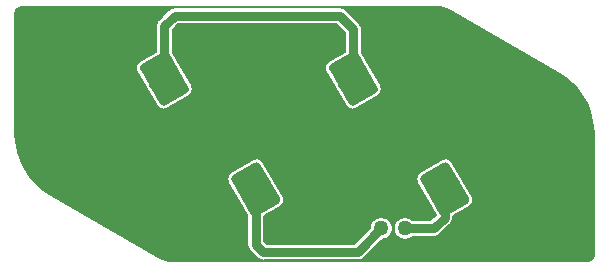
<source format=gtl>
G04 #@! TF.GenerationSoftware,KiCad,Pcbnew,(5.1.4)-1*
G04 #@! TF.CreationDate,2020-09-24T22:40:22-04:00*
G04 #@! TF.ProjectId,Headlight Left,48656164-6c69-4676-9874-204c6566742e,rev?*
G04 #@! TF.SameCoordinates,Original*
G04 #@! TF.FileFunction,Copper,L1,Top*
G04 #@! TF.FilePolarity,Positive*
%FSLAX46Y46*%
G04 Gerber Fmt 4.6, Leading zero omitted, Abs format (unit mm)*
G04 Created by KiCad (PCBNEW (5.1.4)-1) date 2020-09-24 22:40:22*
%MOMM*%
%LPD*%
G04 APERTURE LIST*
%ADD10C,0.800000*%
%ADD11C,6.400000*%
%ADD12C,0.100000*%
%ADD13C,2.750000*%
%ADD14C,6.000001*%
%ADD15C,1.270000*%
%ADD16C,0.762000*%
%ADD17C,0.152400*%
G04 APERTURE END LIST*
D10*
X101697056Y-98302944D03*
X100000000Y-97600000D03*
X98302944Y-98302944D03*
X97600000Y-100000000D03*
X98302944Y-101697056D03*
X100000000Y-102400000D03*
X101697056Y-101697056D03*
X102400000Y-100000000D03*
D11*
X100000000Y-100000000D03*
D10*
X138697056Y-98302944D03*
X137000000Y-97600000D03*
X135302944Y-98302944D03*
X134600000Y-100000000D03*
X135302944Y-101697056D03*
X137000000Y-102400000D03*
X138697056Y-101697056D03*
X139400000Y-100000000D03*
D11*
X137000000Y-100000000D03*
D12*
G36*
X122721421Y-93010854D02*
G01*
X122754934Y-93014709D01*
X122787908Y-93021831D01*
X122820025Y-93032150D01*
X122850976Y-93045568D01*
X122880462Y-93061955D01*
X122908201Y-93081153D01*
X122933924Y-93102977D01*
X122957384Y-93127218D01*
X122978355Y-93153641D01*
X122996635Y-93181993D01*
X124652885Y-96050703D01*
X124668298Y-96080710D01*
X124680696Y-96112083D01*
X124689959Y-96144521D01*
X124695998Y-96177710D01*
X124698755Y-96211331D01*
X124698203Y-96245060D01*
X124694348Y-96278573D01*
X124687226Y-96311547D01*
X124676907Y-96343664D01*
X124663489Y-96374615D01*
X124647102Y-96404101D01*
X124627904Y-96431840D01*
X124606080Y-96457563D01*
X124581839Y-96481023D01*
X124555416Y-96501994D01*
X124527064Y-96520274D01*
X122740886Y-97551524D01*
X122710879Y-97566937D01*
X122679506Y-97579335D01*
X122647068Y-97588598D01*
X122613879Y-97594637D01*
X122580258Y-97597394D01*
X122546529Y-97596842D01*
X122513016Y-97592987D01*
X122480042Y-97585865D01*
X122447925Y-97575546D01*
X122416974Y-97562128D01*
X122387488Y-97545741D01*
X122359749Y-97526543D01*
X122334026Y-97504719D01*
X122310566Y-97480478D01*
X122289595Y-97454055D01*
X122271315Y-97425703D01*
X120615065Y-94556993D01*
X120599652Y-94526986D01*
X120587254Y-94495613D01*
X120577991Y-94463175D01*
X120571952Y-94429986D01*
X120569195Y-94396365D01*
X120569747Y-94362636D01*
X120573602Y-94329123D01*
X120580724Y-94296149D01*
X120591043Y-94264032D01*
X120604461Y-94233081D01*
X120620848Y-94203595D01*
X120640046Y-94175856D01*
X120661870Y-94150133D01*
X120686111Y-94126673D01*
X120712534Y-94105702D01*
X120740886Y-94087422D01*
X122527064Y-93056172D01*
X122557071Y-93040759D01*
X122588444Y-93028361D01*
X122620882Y-93019098D01*
X122654071Y-93013059D01*
X122687692Y-93010302D01*
X122721421Y-93010854D01*
X122721421Y-93010854D01*
G37*
D13*
X122633975Y-95303848D03*
D12*
G36*
X130453471Y-102403158D02*
G01*
X130486984Y-102407013D01*
X130519958Y-102414135D01*
X130552075Y-102424454D01*
X130583026Y-102437872D01*
X130612512Y-102454259D01*
X130640251Y-102473457D01*
X130665974Y-102495281D01*
X130689434Y-102519522D01*
X130710405Y-102545945D01*
X130728685Y-102574297D01*
X132384935Y-105443007D01*
X132400348Y-105473014D01*
X132412746Y-105504387D01*
X132422009Y-105536825D01*
X132428048Y-105570014D01*
X132430805Y-105603635D01*
X132430253Y-105637364D01*
X132426398Y-105670877D01*
X132419276Y-105703851D01*
X132408957Y-105735968D01*
X132395539Y-105766919D01*
X132379152Y-105796405D01*
X132359954Y-105824144D01*
X132338130Y-105849867D01*
X132313889Y-105873327D01*
X132287466Y-105894298D01*
X132259114Y-105912578D01*
X130472936Y-106943828D01*
X130442929Y-106959241D01*
X130411556Y-106971639D01*
X130379118Y-106980902D01*
X130345929Y-106986941D01*
X130312308Y-106989698D01*
X130278579Y-106989146D01*
X130245066Y-106985291D01*
X130212092Y-106978169D01*
X130179975Y-106967850D01*
X130149024Y-106954432D01*
X130119538Y-106938045D01*
X130091799Y-106918847D01*
X130066076Y-106897023D01*
X130042616Y-106872782D01*
X130021645Y-106846359D01*
X130003365Y-106818007D01*
X128347115Y-103949297D01*
X128331702Y-103919290D01*
X128319304Y-103887917D01*
X128310041Y-103855479D01*
X128304002Y-103822290D01*
X128301245Y-103788669D01*
X128301797Y-103754940D01*
X128305652Y-103721427D01*
X128312774Y-103688453D01*
X128323093Y-103656336D01*
X128336511Y-103625385D01*
X128352898Y-103595899D01*
X128372096Y-103568160D01*
X128393920Y-103542437D01*
X128418161Y-103518977D01*
X128444584Y-103498006D01*
X128472936Y-103479726D01*
X130259114Y-102448476D01*
X130289121Y-102433063D01*
X130320494Y-102420665D01*
X130352932Y-102411402D01*
X130386121Y-102405363D01*
X130419742Y-102402606D01*
X130453471Y-102403158D01*
X130453471Y-102403158D01*
G37*
D13*
X130366025Y-104696152D03*
D14*
X126500000Y-100000000D03*
D12*
G36*
X114453471Y-102403158D02*
G01*
X114486984Y-102407013D01*
X114519958Y-102414135D01*
X114552075Y-102424454D01*
X114583026Y-102437872D01*
X114612512Y-102454259D01*
X114640251Y-102473457D01*
X114665974Y-102495281D01*
X114689434Y-102519522D01*
X114710405Y-102545945D01*
X114728685Y-102574297D01*
X116384935Y-105443007D01*
X116400348Y-105473014D01*
X116412746Y-105504387D01*
X116422009Y-105536825D01*
X116428048Y-105570014D01*
X116430805Y-105603635D01*
X116430253Y-105637364D01*
X116426398Y-105670877D01*
X116419276Y-105703851D01*
X116408957Y-105735968D01*
X116395539Y-105766919D01*
X116379152Y-105796405D01*
X116359954Y-105824144D01*
X116338130Y-105849867D01*
X116313889Y-105873327D01*
X116287466Y-105894298D01*
X116259114Y-105912578D01*
X114472936Y-106943828D01*
X114442929Y-106959241D01*
X114411556Y-106971639D01*
X114379118Y-106980902D01*
X114345929Y-106986941D01*
X114312308Y-106989698D01*
X114278579Y-106989146D01*
X114245066Y-106985291D01*
X114212092Y-106978169D01*
X114179975Y-106967850D01*
X114149024Y-106954432D01*
X114119538Y-106938045D01*
X114091799Y-106918847D01*
X114066076Y-106897023D01*
X114042616Y-106872782D01*
X114021645Y-106846359D01*
X114003365Y-106818007D01*
X112347115Y-103949297D01*
X112331702Y-103919290D01*
X112319304Y-103887917D01*
X112310041Y-103855479D01*
X112304002Y-103822290D01*
X112301245Y-103788669D01*
X112301797Y-103754940D01*
X112305652Y-103721427D01*
X112312774Y-103688453D01*
X112323093Y-103656336D01*
X112336511Y-103625385D01*
X112352898Y-103595899D01*
X112372096Y-103568160D01*
X112393920Y-103542437D01*
X112418161Y-103518977D01*
X112444584Y-103498006D01*
X112472936Y-103479726D01*
X114259114Y-102448476D01*
X114289121Y-102433063D01*
X114320494Y-102420665D01*
X114352932Y-102411402D01*
X114386121Y-102405363D01*
X114419742Y-102402606D01*
X114453471Y-102403158D01*
X114453471Y-102403158D01*
G37*
D13*
X114366025Y-104696152D03*
D12*
G36*
X106721421Y-93010854D02*
G01*
X106754934Y-93014709D01*
X106787908Y-93021831D01*
X106820025Y-93032150D01*
X106850976Y-93045568D01*
X106880462Y-93061955D01*
X106908201Y-93081153D01*
X106933924Y-93102977D01*
X106957384Y-93127218D01*
X106978355Y-93153641D01*
X106996635Y-93181993D01*
X108652885Y-96050703D01*
X108668298Y-96080710D01*
X108680696Y-96112083D01*
X108689959Y-96144521D01*
X108695998Y-96177710D01*
X108698755Y-96211331D01*
X108698203Y-96245060D01*
X108694348Y-96278573D01*
X108687226Y-96311547D01*
X108676907Y-96343664D01*
X108663489Y-96374615D01*
X108647102Y-96404101D01*
X108627904Y-96431840D01*
X108606080Y-96457563D01*
X108581839Y-96481023D01*
X108555416Y-96501994D01*
X108527064Y-96520274D01*
X106740886Y-97551524D01*
X106710879Y-97566937D01*
X106679506Y-97579335D01*
X106647068Y-97588598D01*
X106613879Y-97594637D01*
X106580258Y-97597394D01*
X106546529Y-97596842D01*
X106513016Y-97592987D01*
X106480042Y-97585865D01*
X106447925Y-97575546D01*
X106416974Y-97562128D01*
X106387488Y-97545741D01*
X106359749Y-97526543D01*
X106334026Y-97504719D01*
X106310566Y-97480478D01*
X106289595Y-97454055D01*
X106271315Y-97425703D01*
X104615065Y-94556993D01*
X104599652Y-94526986D01*
X104587254Y-94495613D01*
X104577991Y-94463175D01*
X104571952Y-94429986D01*
X104569195Y-94396365D01*
X104569747Y-94362636D01*
X104573602Y-94329123D01*
X104580724Y-94296149D01*
X104591043Y-94264032D01*
X104604461Y-94233081D01*
X104620848Y-94203595D01*
X104640046Y-94175856D01*
X104661870Y-94150133D01*
X104686111Y-94126673D01*
X104712534Y-94105702D01*
X104740886Y-94087422D01*
X106527064Y-93056172D01*
X106557071Y-93040759D01*
X106588444Y-93028361D01*
X106620882Y-93019098D01*
X106654071Y-93013059D01*
X106687692Y-93010302D01*
X106721421Y-93010854D01*
X106721421Y-93010854D01*
G37*
D13*
X106633975Y-95303848D03*
D14*
X110500000Y-100000000D03*
D15*
X127000000Y-108000000D03*
X108500000Y-100500000D03*
X112500000Y-99500000D03*
X111000000Y-102000000D03*
X110000000Y-98000000D03*
X110500000Y-100000000D03*
X124500000Y-100500000D03*
X128500000Y-99500000D03*
X127000000Y-102000000D03*
X126000000Y-98000000D03*
X126500000Y-100000000D03*
X101000000Y-92000000D03*
X103000000Y-92000000D03*
X105000000Y-92000000D03*
X102000000Y-94000000D03*
X103000000Y-96000000D03*
X104000000Y-98000000D03*
X105000000Y-100000000D03*
X104000000Y-102000000D03*
X106000000Y-102000000D03*
X105000000Y-104000000D03*
X104000000Y-106000000D03*
X106000000Y-106000000D03*
X103000000Y-104000000D03*
X105000000Y-108000000D03*
X107000000Y-108000000D03*
X107000000Y-104000000D03*
X108000000Y-106000000D03*
X109000000Y-108000000D03*
X111000000Y-108000000D03*
X110000000Y-106000000D03*
X109000000Y-104000000D03*
X112000000Y-106000000D03*
X113000000Y-108000000D03*
X109000000Y-92000000D03*
X111000000Y-92000000D03*
X113000000Y-92000000D03*
X115000000Y-92000000D03*
X117000000Y-92000000D03*
X119000000Y-92000000D03*
X121000000Y-92000000D03*
X118000000Y-94000000D03*
X116000000Y-94000000D03*
X114000000Y-94000000D03*
X112000000Y-94000000D03*
X110000000Y-94000000D03*
X111000000Y-96000000D03*
X113000000Y-96000000D03*
X115000000Y-96000000D03*
X117000000Y-96000000D03*
X119000000Y-96000000D03*
X120000000Y-98000000D03*
X118000000Y-98000000D03*
X116000000Y-98000000D03*
X114000000Y-98000000D03*
X115000000Y-100000000D03*
X117000000Y-100000000D03*
X119000000Y-100000000D03*
X121000000Y-100000000D03*
X122000000Y-102000000D03*
X120000000Y-102000000D03*
X118000000Y-102000000D03*
X116000000Y-102000000D03*
X117000000Y-104000000D03*
X119000000Y-104000000D03*
X121000000Y-104000000D03*
X123000000Y-104000000D03*
X125000000Y-104000000D03*
X118000000Y-106000000D03*
X120000000Y-106000000D03*
X122000000Y-106000000D03*
X119000000Y-108000000D03*
X121000000Y-108000000D03*
X127000000Y-104000000D03*
X125000000Y-92000000D03*
X127000000Y-92000000D03*
X129000000Y-92000000D03*
X131000000Y-92000000D03*
X132000000Y-94000000D03*
X131000000Y-96000000D03*
X129000000Y-96000000D03*
X130000000Y-94000000D03*
X128000000Y-94000000D03*
X127000000Y-96000000D03*
X126000000Y-94000000D03*
X130000000Y-98000000D03*
X132000000Y-98000000D03*
X131000000Y-100000000D03*
X132000000Y-102000000D03*
X133000000Y-108000000D03*
X133000000Y-104000000D03*
X134000000Y-106000000D03*
X133000000Y-96000000D03*
X133000000Y-92000000D03*
X134000000Y-94000000D03*
X135000000Y-104000000D03*
X125000000Y-108000000D03*
D16*
X130366025Y-107082255D02*
X129448280Y-108000000D01*
X130366025Y-104696152D02*
X130366025Y-107082255D01*
X129448280Y-108000000D02*
X127000000Y-108000000D01*
X106633975Y-90866025D02*
X106633975Y-95303848D01*
X107500000Y-90000000D02*
X106633975Y-90866025D01*
X121500000Y-90000000D02*
X107500000Y-90000000D01*
X122633975Y-95303848D02*
X122633975Y-91133975D01*
X122633975Y-91133975D02*
X121500000Y-90000000D01*
X123000000Y-110000000D02*
X125000000Y-108000000D01*
X115000000Y-110000000D02*
X123000000Y-110000000D01*
X114366025Y-104696152D02*
X114366025Y-109366025D01*
X114366025Y-109366025D02*
X115000000Y-110000000D01*
D17*
G36*
X130265378Y-89301323D02*
G01*
X130549187Y-89387010D01*
X130733138Y-89477524D01*
X139971927Y-94811542D01*
X140761884Y-95354463D01*
X141442288Y-96000143D01*
X142013314Y-96744317D01*
X142460891Y-97568653D01*
X142774004Y-98452856D01*
X142946192Y-99381901D01*
X142979300Y-100013627D01*
X142979301Y-110224522D01*
X142967722Y-110342613D01*
X142940827Y-110431694D01*
X142897141Y-110513857D01*
X142838323Y-110585974D01*
X142766624Y-110645289D01*
X142684773Y-110689545D01*
X142595870Y-110717065D01*
X142479466Y-110729300D01*
X107046938Y-110729300D01*
X106734621Y-110698677D01*
X106450814Y-110612990D01*
X106266863Y-110522475D01*
X97028078Y-105188462D01*
X96238118Y-104645539D01*
X95557715Y-103999860D01*
X95353130Y-103733239D01*
X111970710Y-103733239D01*
X111975043Y-103865598D01*
X112005115Y-103994569D01*
X112059770Y-104115195D01*
X113654825Y-106877913D01*
X113654826Y-109331089D01*
X113651385Y-109366025D01*
X113654826Y-109400961D01*
X113665117Y-109505445D01*
X113694700Y-109602967D01*
X113705784Y-109639506D01*
X113765104Y-109750485D01*
X113771824Y-109763058D01*
X113860699Y-109871352D01*
X113887835Y-109893622D01*
X114472402Y-110478190D01*
X114494673Y-110505327D01*
X114602967Y-110594202D01*
X114726519Y-110660242D01*
X114860580Y-110700909D01*
X114965064Y-110711200D01*
X114965073Y-110711200D01*
X114999999Y-110714640D01*
X115034925Y-110711200D01*
X122965074Y-110711200D01*
X123000000Y-110714640D01*
X123034926Y-110711200D01*
X123034936Y-110711200D01*
X123139420Y-110700909D01*
X123273481Y-110660242D01*
X123397033Y-110594202D01*
X123505327Y-110505327D01*
X123527602Y-110478185D01*
X125040588Y-108965200D01*
X125095064Y-108965200D01*
X125281538Y-108928108D01*
X125457194Y-108855349D01*
X125615279Y-108749720D01*
X125749720Y-108615279D01*
X125855349Y-108457194D01*
X125928108Y-108281538D01*
X125965200Y-108095064D01*
X125965200Y-107904936D01*
X126034800Y-107904936D01*
X126034800Y-108095064D01*
X126071892Y-108281538D01*
X126144651Y-108457194D01*
X126250280Y-108615279D01*
X126384721Y-108749720D01*
X126542806Y-108855349D01*
X126718462Y-108928108D01*
X126904936Y-108965200D01*
X127095064Y-108965200D01*
X127281538Y-108928108D01*
X127457194Y-108855349D01*
X127615279Y-108749720D01*
X127653799Y-108711200D01*
X129413354Y-108711200D01*
X129448280Y-108714640D01*
X129483206Y-108711200D01*
X129483216Y-108711200D01*
X129587700Y-108700909D01*
X129721761Y-108660242D01*
X129845313Y-108594202D01*
X129953607Y-108505327D01*
X129975881Y-108478186D01*
X130844221Y-107609848D01*
X130871352Y-107587582D01*
X130893618Y-107560451D01*
X130893622Y-107560447D01*
X130960227Y-107479288D01*
X131026266Y-107355737D01*
X131026267Y-107355736D01*
X131066934Y-107221675D01*
X131077225Y-107117191D01*
X131077225Y-107117174D01*
X131080664Y-107082256D01*
X131077225Y-107047338D01*
X131077225Y-106978068D01*
X132425012Y-106199923D01*
X132532658Y-106122785D01*
X132623186Y-106026129D01*
X132693119Y-105913669D01*
X132739767Y-105789727D01*
X132761340Y-105659065D01*
X132757007Y-105526706D01*
X132726935Y-105397735D01*
X132672280Y-105277109D01*
X131016030Y-102408399D01*
X130938892Y-102300753D01*
X130842236Y-102210225D01*
X130729776Y-102140292D01*
X130605834Y-102093644D01*
X130475172Y-102072071D01*
X130342813Y-102076404D01*
X130213842Y-102106476D01*
X130093216Y-102161131D01*
X128307038Y-103192381D01*
X128199392Y-103269519D01*
X128108864Y-103366175D01*
X128038931Y-103478635D01*
X127992283Y-103602577D01*
X127970710Y-103733239D01*
X127975043Y-103865598D01*
X128005115Y-103994569D01*
X128059770Y-104115195D01*
X129621793Y-106820699D01*
X129153693Y-107288800D01*
X127653799Y-107288800D01*
X127615279Y-107250280D01*
X127457194Y-107144651D01*
X127281538Y-107071892D01*
X127095064Y-107034800D01*
X126904936Y-107034800D01*
X126718462Y-107071892D01*
X126542806Y-107144651D01*
X126384721Y-107250280D01*
X126250280Y-107384721D01*
X126144651Y-107542806D01*
X126071892Y-107718462D01*
X126034800Y-107904936D01*
X125965200Y-107904936D01*
X125928108Y-107718462D01*
X125855349Y-107542806D01*
X125749720Y-107384721D01*
X125615279Y-107250280D01*
X125457194Y-107144651D01*
X125281538Y-107071892D01*
X125095064Y-107034800D01*
X124904936Y-107034800D01*
X124718462Y-107071892D01*
X124542806Y-107144651D01*
X124384721Y-107250280D01*
X124250280Y-107384721D01*
X124144651Y-107542806D01*
X124071892Y-107718462D01*
X124034800Y-107904936D01*
X124034800Y-107959412D01*
X122705413Y-109288800D01*
X115294588Y-109288800D01*
X115077225Y-109071438D01*
X115077225Y-106978068D01*
X116425012Y-106199923D01*
X116532658Y-106122785D01*
X116623186Y-106026129D01*
X116693119Y-105913669D01*
X116739767Y-105789727D01*
X116761340Y-105659065D01*
X116757007Y-105526706D01*
X116726935Y-105397735D01*
X116672280Y-105277109D01*
X115016030Y-102408399D01*
X114938892Y-102300753D01*
X114842236Y-102210225D01*
X114729776Y-102140292D01*
X114605834Y-102093644D01*
X114475172Y-102072071D01*
X114342813Y-102076404D01*
X114213842Y-102106476D01*
X114093216Y-102161131D01*
X112307038Y-103192381D01*
X112199392Y-103269519D01*
X112108864Y-103366175D01*
X112038931Y-103478635D01*
X111992283Y-103602577D01*
X111970710Y-103733239D01*
X95353130Y-103733239D01*
X94986686Y-103255682D01*
X94539109Y-102431347D01*
X94225995Y-101547142D01*
X94053808Y-100618098D01*
X94020700Y-99986372D01*
X94020700Y-94340935D01*
X104238660Y-94340935D01*
X104242993Y-94473294D01*
X104273065Y-94602265D01*
X104327720Y-94722891D01*
X105983970Y-97591601D01*
X106061108Y-97699247D01*
X106157764Y-97789775D01*
X106270224Y-97859708D01*
X106394166Y-97906356D01*
X106524828Y-97927929D01*
X106657187Y-97923596D01*
X106786158Y-97893524D01*
X106906784Y-97838869D01*
X108692962Y-96807619D01*
X108800608Y-96730481D01*
X108891136Y-96633825D01*
X108961069Y-96521365D01*
X109007717Y-96397423D01*
X109029290Y-96266761D01*
X109024957Y-96134402D01*
X108994885Y-96005431D01*
X108940230Y-95884805D01*
X107345175Y-93122088D01*
X107345175Y-91160613D01*
X107794588Y-90711200D01*
X121205413Y-90711200D01*
X121922776Y-91428564D01*
X121922776Y-93021932D01*
X120574988Y-93800077D01*
X120467342Y-93877215D01*
X120376814Y-93973871D01*
X120306881Y-94086331D01*
X120260233Y-94210273D01*
X120238660Y-94340935D01*
X120242993Y-94473294D01*
X120273065Y-94602265D01*
X120327720Y-94722891D01*
X121983970Y-97591601D01*
X122061108Y-97699247D01*
X122157764Y-97789775D01*
X122270224Y-97859708D01*
X122394166Y-97906356D01*
X122524828Y-97927929D01*
X122657187Y-97923596D01*
X122786158Y-97893524D01*
X122906784Y-97838869D01*
X124692962Y-96807619D01*
X124800608Y-96730481D01*
X124891136Y-96633825D01*
X124961069Y-96521365D01*
X125007717Y-96397423D01*
X125029290Y-96266761D01*
X125024957Y-96134402D01*
X124994885Y-96005431D01*
X124940230Y-95884805D01*
X123345175Y-93122088D01*
X123345175Y-91168903D01*
X123348615Y-91133975D01*
X123345175Y-91099046D01*
X123345175Y-91099039D01*
X123334884Y-90994555D01*
X123294217Y-90860494D01*
X123228177Y-90736942D01*
X123139302Y-90628648D01*
X123112166Y-90606378D01*
X122027602Y-89521815D01*
X122005327Y-89494673D01*
X121897033Y-89405798D01*
X121773481Y-89339758D01*
X121639420Y-89299091D01*
X121534936Y-89288800D01*
X121534926Y-89288800D01*
X121500000Y-89285360D01*
X121465074Y-89288800D01*
X107534925Y-89288800D01*
X107499999Y-89285360D01*
X107465073Y-89288800D01*
X107465064Y-89288800D01*
X107360580Y-89299091D01*
X107226519Y-89339758D01*
X107146727Y-89382408D01*
X107102967Y-89405798D01*
X107021808Y-89472403D01*
X107021804Y-89472407D01*
X106994673Y-89494673D01*
X106972407Y-89521804D01*
X106155785Y-90338428D01*
X106128648Y-90360699D01*
X106039773Y-90468993D01*
X105973733Y-90592545D01*
X105933066Y-90726606D01*
X105922775Y-90831090D01*
X105922775Y-90831099D01*
X105919335Y-90866025D01*
X105922775Y-90900951D01*
X105922775Y-93021932D01*
X104574988Y-93800077D01*
X104467342Y-93877215D01*
X104376814Y-93973871D01*
X104306881Y-94086331D01*
X104260233Y-94210273D01*
X104238660Y-94340935D01*
X94020700Y-94340935D01*
X94020700Y-89775468D01*
X94032278Y-89657387D01*
X94059173Y-89568305D01*
X94102859Y-89486144D01*
X94161677Y-89414026D01*
X94233376Y-89354711D01*
X94315228Y-89310454D01*
X94404130Y-89282935D01*
X94520533Y-89270700D01*
X129953062Y-89270700D01*
X130265378Y-89301323D01*
X130265378Y-89301323D01*
G37*
X130265378Y-89301323D02*
X130549187Y-89387010D01*
X130733138Y-89477524D01*
X139971927Y-94811542D01*
X140761884Y-95354463D01*
X141442288Y-96000143D01*
X142013314Y-96744317D01*
X142460891Y-97568653D01*
X142774004Y-98452856D01*
X142946192Y-99381901D01*
X142979300Y-100013627D01*
X142979301Y-110224522D01*
X142967722Y-110342613D01*
X142940827Y-110431694D01*
X142897141Y-110513857D01*
X142838323Y-110585974D01*
X142766624Y-110645289D01*
X142684773Y-110689545D01*
X142595870Y-110717065D01*
X142479466Y-110729300D01*
X107046938Y-110729300D01*
X106734621Y-110698677D01*
X106450814Y-110612990D01*
X106266863Y-110522475D01*
X97028078Y-105188462D01*
X96238118Y-104645539D01*
X95557715Y-103999860D01*
X95353130Y-103733239D01*
X111970710Y-103733239D01*
X111975043Y-103865598D01*
X112005115Y-103994569D01*
X112059770Y-104115195D01*
X113654825Y-106877913D01*
X113654826Y-109331089D01*
X113651385Y-109366025D01*
X113654826Y-109400961D01*
X113665117Y-109505445D01*
X113694700Y-109602967D01*
X113705784Y-109639506D01*
X113765104Y-109750485D01*
X113771824Y-109763058D01*
X113860699Y-109871352D01*
X113887835Y-109893622D01*
X114472402Y-110478190D01*
X114494673Y-110505327D01*
X114602967Y-110594202D01*
X114726519Y-110660242D01*
X114860580Y-110700909D01*
X114965064Y-110711200D01*
X114965073Y-110711200D01*
X114999999Y-110714640D01*
X115034925Y-110711200D01*
X122965074Y-110711200D01*
X123000000Y-110714640D01*
X123034926Y-110711200D01*
X123034936Y-110711200D01*
X123139420Y-110700909D01*
X123273481Y-110660242D01*
X123397033Y-110594202D01*
X123505327Y-110505327D01*
X123527602Y-110478185D01*
X125040588Y-108965200D01*
X125095064Y-108965200D01*
X125281538Y-108928108D01*
X125457194Y-108855349D01*
X125615279Y-108749720D01*
X125749720Y-108615279D01*
X125855349Y-108457194D01*
X125928108Y-108281538D01*
X125965200Y-108095064D01*
X125965200Y-107904936D01*
X126034800Y-107904936D01*
X126034800Y-108095064D01*
X126071892Y-108281538D01*
X126144651Y-108457194D01*
X126250280Y-108615279D01*
X126384721Y-108749720D01*
X126542806Y-108855349D01*
X126718462Y-108928108D01*
X126904936Y-108965200D01*
X127095064Y-108965200D01*
X127281538Y-108928108D01*
X127457194Y-108855349D01*
X127615279Y-108749720D01*
X127653799Y-108711200D01*
X129413354Y-108711200D01*
X129448280Y-108714640D01*
X129483206Y-108711200D01*
X129483216Y-108711200D01*
X129587700Y-108700909D01*
X129721761Y-108660242D01*
X129845313Y-108594202D01*
X129953607Y-108505327D01*
X129975881Y-108478186D01*
X130844221Y-107609848D01*
X130871352Y-107587582D01*
X130893618Y-107560451D01*
X130893622Y-107560447D01*
X130960227Y-107479288D01*
X131026266Y-107355737D01*
X131026267Y-107355736D01*
X131066934Y-107221675D01*
X131077225Y-107117191D01*
X131077225Y-107117174D01*
X131080664Y-107082256D01*
X131077225Y-107047338D01*
X131077225Y-106978068D01*
X132425012Y-106199923D01*
X132532658Y-106122785D01*
X132623186Y-106026129D01*
X132693119Y-105913669D01*
X132739767Y-105789727D01*
X132761340Y-105659065D01*
X132757007Y-105526706D01*
X132726935Y-105397735D01*
X132672280Y-105277109D01*
X131016030Y-102408399D01*
X130938892Y-102300753D01*
X130842236Y-102210225D01*
X130729776Y-102140292D01*
X130605834Y-102093644D01*
X130475172Y-102072071D01*
X130342813Y-102076404D01*
X130213842Y-102106476D01*
X130093216Y-102161131D01*
X128307038Y-103192381D01*
X128199392Y-103269519D01*
X128108864Y-103366175D01*
X128038931Y-103478635D01*
X127992283Y-103602577D01*
X127970710Y-103733239D01*
X127975043Y-103865598D01*
X128005115Y-103994569D01*
X128059770Y-104115195D01*
X129621793Y-106820699D01*
X129153693Y-107288800D01*
X127653799Y-107288800D01*
X127615279Y-107250280D01*
X127457194Y-107144651D01*
X127281538Y-107071892D01*
X127095064Y-107034800D01*
X126904936Y-107034800D01*
X126718462Y-107071892D01*
X126542806Y-107144651D01*
X126384721Y-107250280D01*
X126250280Y-107384721D01*
X126144651Y-107542806D01*
X126071892Y-107718462D01*
X126034800Y-107904936D01*
X125965200Y-107904936D01*
X125928108Y-107718462D01*
X125855349Y-107542806D01*
X125749720Y-107384721D01*
X125615279Y-107250280D01*
X125457194Y-107144651D01*
X125281538Y-107071892D01*
X125095064Y-107034800D01*
X124904936Y-107034800D01*
X124718462Y-107071892D01*
X124542806Y-107144651D01*
X124384721Y-107250280D01*
X124250280Y-107384721D01*
X124144651Y-107542806D01*
X124071892Y-107718462D01*
X124034800Y-107904936D01*
X124034800Y-107959412D01*
X122705413Y-109288800D01*
X115294588Y-109288800D01*
X115077225Y-109071438D01*
X115077225Y-106978068D01*
X116425012Y-106199923D01*
X116532658Y-106122785D01*
X116623186Y-106026129D01*
X116693119Y-105913669D01*
X116739767Y-105789727D01*
X116761340Y-105659065D01*
X116757007Y-105526706D01*
X116726935Y-105397735D01*
X116672280Y-105277109D01*
X115016030Y-102408399D01*
X114938892Y-102300753D01*
X114842236Y-102210225D01*
X114729776Y-102140292D01*
X114605834Y-102093644D01*
X114475172Y-102072071D01*
X114342813Y-102076404D01*
X114213842Y-102106476D01*
X114093216Y-102161131D01*
X112307038Y-103192381D01*
X112199392Y-103269519D01*
X112108864Y-103366175D01*
X112038931Y-103478635D01*
X111992283Y-103602577D01*
X111970710Y-103733239D01*
X95353130Y-103733239D01*
X94986686Y-103255682D01*
X94539109Y-102431347D01*
X94225995Y-101547142D01*
X94053808Y-100618098D01*
X94020700Y-99986372D01*
X94020700Y-94340935D01*
X104238660Y-94340935D01*
X104242993Y-94473294D01*
X104273065Y-94602265D01*
X104327720Y-94722891D01*
X105983970Y-97591601D01*
X106061108Y-97699247D01*
X106157764Y-97789775D01*
X106270224Y-97859708D01*
X106394166Y-97906356D01*
X106524828Y-97927929D01*
X106657187Y-97923596D01*
X106786158Y-97893524D01*
X106906784Y-97838869D01*
X108692962Y-96807619D01*
X108800608Y-96730481D01*
X108891136Y-96633825D01*
X108961069Y-96521365D01*
X109007717Y-96397423D01*
X109029290Y-96266761D01*
X109024957Y-96134402D01*
X108994885Y-96005431D01*
X108940230Y-95884805D01*
X107345175Y-93122088D01*
X107345175Y-91160613D01*
X107794588Y-90711200D01*
X121205413Y-90711200D01*
X121922776Y-91428564D01*
X121922776Y-93021932D01*
X120574988Y-93800077D01*
X120467342Y-93877215D01*
X120376814Y-93973871D01*
X120306881Y-94086331D01*
X120260233Y-94210273D01*
X120238660Y-94340935D01*
X120242993Y-94473294D01*
X120273065Y-94602265D01*
X120327720Y-94722891D01*
X121983970Y-97591601D01*
X122061108Y-97699247D01*
X122157764Y-97789775D01*
X122270224Y-97859708D01*
X122394166Y-97906356D01*
X122524828Y-97927929D01*
X122657187Y-97923596D01*
X122786158Y-97893524D01*
X122906784Y-97838869D01*
X124692962Y-96807619D01*
X124800608Y-96730481D01*
X124891136Y-96633825D01*
X124961069Y-96521365D01*
X125007717Y-96397423D01*
X125029290Y-96266761D01*
X125024957Y-96134402D01*
X124994885Y-96005431D01*
X124940230Y-95884805D01*
X123345175Y-93122088D01*
X123345175Y-91168903D01*
X123348615Y-91133975D01*
X123345175Y-91099046D01*
X123345175Y-91099039D01*
X123334884Y-90994555D01*
X123294217Y-90860494D01*
X123228177Y-90736942D01*
X123139302Y-90628648D01*
X123112166Y-90606378D01*
X122027602Y-89521815D01*
X122005327Y-89494673D01*
X121897033Y-89405798D01*
X121773481Y-89339758D01*
X121639420Y-89299091D01*
X121534936Y-89288800D01*
X121534926Y-89288800D01*
X121500000Y-89285360D01*
X121465074Y-89288800D01*
X107534925Y-89288800D01*
X107499999Y-89285360D01*
X107465073Y-89288800D01*
X107465064Y-89288800D01*
X107360580Y-89299091D01*
X107226519Y-89339758D01*
X107146727Y-89382408D01*
X107102967Y-89405798D01*
X107021808Y-89472403D01*
X107021804Y-89472407D01*
X106994673Y-89494673D01*
X106972407Y-89521804D01*
X106155785Y-90338428D01*
X106128648Y-90360699D01*
X106039773Y-90468993D01*
X105973733Y-90592545D01*
X105933066Y-90726606D01*
X105922775Y-90831090D01*
X105922775Y-90831099D01*
X105919335Y-90866025D01*
X105922775Y-90900951D01*
X105922775Y-93021932D01*
X104574988Y-93800077D01*
X104467342Y-93877215D01*
X104376814Y-93973871D01*
X104306881Y-94086331D01*
X104260233Y-94210273D01*
X104238660Y-94340935D01*
X94020700Y-94340935D01*
X94020700Y-89775468D01*
X94032278Y-89657387D01*
X94059173Y-89568305D01*
X94102859Y-89486144D01*
X94161677Y-89414026D01*
X94233376Y-89354711D01*
X94315228Y-89310454D01*
X94404130Y-89282935D01*
X94520533Y-89270700D01*
X129953062Y-89270700D01*
X130265378Y-89301323D01*
M02*

</source>
